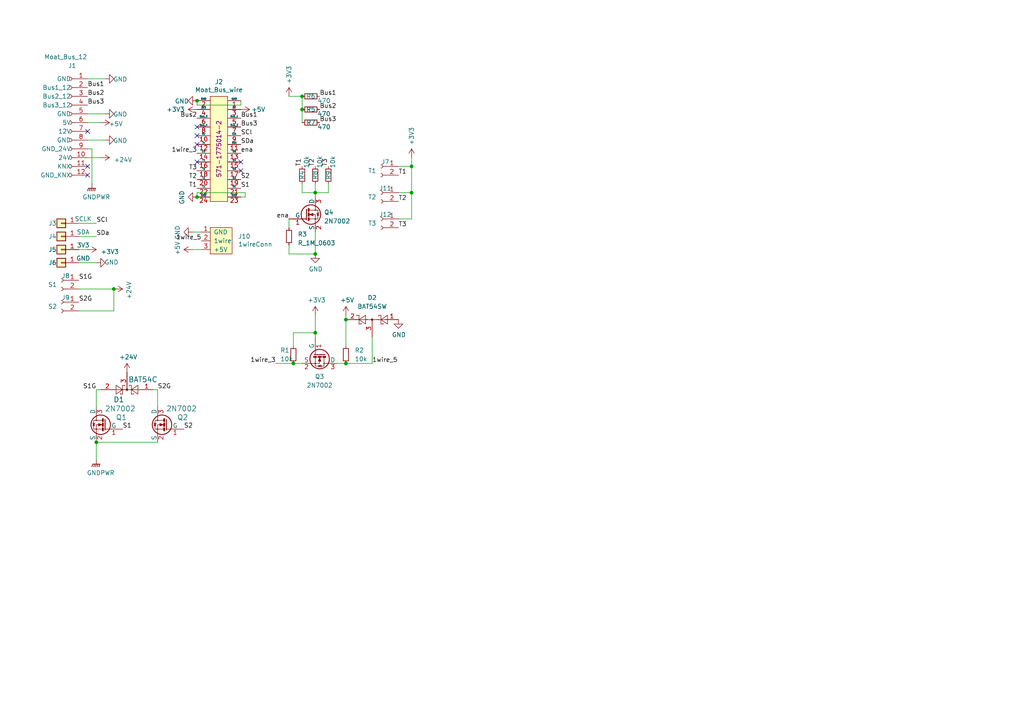
<source format=kicad_sch>
(kicad_sch (version 20220126) (generator eeschema)
  (paper "A4")
  (lib_symbols
    (symbol "Connector:Conn_01x02_Female" (pin_names (offset 1.016) hide)
      (property "Reference" "J" (at 0 2.54 0))
      (property "Value" "Conn_01x02_Female" (at 0 -5.08 0))
      (symbol "Conn_01x02_Female_1_1"
        (arc (start 0 -2.032) (mid -0.5058 -2.54) (end 0 -3.048) (stroke (width 0.1524)))
        (polyline (pts (xy -1.27 -2.54) (xy -0.508 -2.54)) (stroke (width 0.1524)))
        (polyline (pts (xy -1.27 0) (xy -0.508 0)) (stroke (width 0.1524)))
        (arc (start 0 0.508) (mid -0.5058 0) (end 0 -0.508) (stroke (width 0.1524)))
        (pin passive line (at -5.08 0 0) (length 3.81) (name "Pin_1") (number "1"))
        (pin passive line (at -5.08 -2.54 0) (length 3.81) (name "Pin_2") (number "2"))
      )
    )
    (symbol "Connector_Generic:Conn_01x01" (pin_names (offset 1.016) hide)
      (property "Reference" "J" (at 0 2.54 0))
      (property "Value" "Conn_01x01" (at 0 -2.54 0))
      (symbol "Conn_01x01_1_1"
        (rectangle (start -1.27 0.127) (end 0 -0.127) (stroke (width 0.1524)))
        (rectangle (start -1.27 1.27) (end 1.27 -1.27) (stroke (width 0.254)) (fill (type background)))
        (pin passive line (at -5.08 0 0) (length 3.81) (name "Pin_1") (number "1"))
      )
    )
    (symbol "Diode:BAT54C" (pin_names (offset 1.016))
      (property "Reference" "D" (at 0.635 -3.81 0))
      (property "Value" "BAT54C" (at -6.35 3.175 0))
      (symbol "BAT54C_0_1"
        (polyline (pts (xy -1.905 0) (xy 1.905 0)))
        (polyline (pts (xy -1.905 1.27) (xy -1.905 1.016)))
        (polyline (pts (xy -1.27 -1.27) (xy -0.635 -1.27)))
        (polyline (pts (xy -1.27 0) (xy -3.81 0)))
        (polyline (pts (xy -1.27 1.27) (xy -1.905 1.27)))
        (polyline (pts (xy -1.27 1.27) (xy -1.27 -1.27)))
        (polyline (pts (xy -0.635 -1.27) (xy -0.635 -1.016)))
        (polyline (pts (xy 0.635 -1.27) (xy 0.635 -1.016)))
        (polyline (pts (xy 1.27 -1.27) (xy 0.635 -1.27)))
        (polyline (pts (xy 1.27 1.27) (xy 1.27 -1.27)))
        (polyline (pts (xy 1.27 1.27) (xy 1.905 1.27)))
        (polyline (pts (xy 1.905 1.27) (xy 1.905 1.016)))
        (polyline (pts (xy 3.81 0) (xy 1.27 0)))
        (polyline (pts (xy -3.175 -1.27) (xy -3.175 1.27) (xy -1.27 0) (xy -3.175 -1.27)))
        (polyline (pts (xy 3.175 -1.27) (xy 3.175 1.27) (xy 1.27 0) (xy 3.175 -1.27)))
        (circle (center 0 0) (radius 0.254) (fill (type outline)))
      )
      (symbol "BAT54C_1_1"
        (pin passive line (at -7.62 0 0) (length 3.81) (name "~") (number "1"))
        (pin passive line (at 7.62 0 180) (length 3.81) (name "~") (number "2"))
        (pin passive line (at 0 -5.08 90) (length 5.08) (name "~") (number "3"))
      )
    )
    (symbol "Diode:BAT54SW" (pin_names (offset 1.016))
      (property "Reference" "D" (at 0.635 -3.81 0))
      (property "Value" "BAT54SW" (at -6.35 3.175 0))
      (symbol "BAT54SW_0_1"
        (polyline (pts (xy -3.81 0) (xy -1.27 0)))
        (polyline (pts (xy -3.175 -1.27) (xy -3.175 -1.016)))
        (polyline (pts (xy -2.54 -1.27) (xy -3.175 -1.27)))
        (polyline (pts (xy -2.54 -1.27) (xy -2.54 1.27)))
        (polyline (pts (xy -2.54 1.27) (xy -1.905 1.27)))
        (polyline (pts (xy -1.905 0) (xy 1.905 0)))
        (polyline (pts (xy -1.905 1.27) (xy -1.905 1.016)))
        (polyline (pts (xy 1.27 0) (xy 3.81 0)))
        (polyline (pts (xy 3.175 -1.27) (xy 3.175 -1.016)))
        (polyline (pts (xy 3.81 -1.27) (xy 3.175 -1.27)))
        (polyline (pts (xy 3.81 -1.27) (xy 3.81 1.27)))
        (polyline (pts (xy 3.81 1.27) (xy 4.445 1.27)))
        (polyline (pts (xy 4.445 1.27) (xy 4.445 1.016)))
        (polyline (pts (xy -4.445 1.27) (xy -4.445 -1.27) (xy -2.54 0) (xy -4.445 1.27)))
        (polyline (pts (xy 1.905 1.27) (xy 1.905 -1.27) (xy 3.81 0) (xy 1.905 1.27)))
        (circle (center 0 0) (radius 0.254) (fill (type outline)))
      )
      (symbol "BAT54SW_1_1"
        (pin passive line (at -7.62 0 0) (length 3.81) (name "~") (number "1"))
        (pin passive line (at 7.62 0 180) (length 3.81) (name "~") (number "2"))
        (pin passive line (at 0 -5.08 90) (length 5.08) (name "~") (number "3"))
      )
    )
    (symbol "localparts:R_10k_0603" (pin_numbers hide) (pin_names (offset 0.254) hide)
      (property "Reference" "R79" (at -1.041 2.419 90))
      (property "Value" "R_10k_0603" (at -3.5813 -1.1493 0))
      (property "LCSC" "C25804" (at 0 0 0))
      (symbol "R_10k_0603_0_1"
        (rectangle (start -0.762 1.778) (end 0.762 -1.778) (stroke (width 0.2032)))
      )
      (symbol "R_10k_0603_1_1"
        (pin passive line (at 0 2.54 270) (length 0.762) (name "~") (number "1"))
        (pin passive line (at 0 -2.54 90) (length 0.762) (name "~") (number "2"))
      )
    )
    (symbol "localparts:R_1M_0603" (pin_numbers hide) (pin_names (offset 0.254) hide)
      (property "Reference" "R?" (at -3.581 1.149 0))
      (property "Value" "R_1M_0603" (at -3.5813 -1.1493 0))
      (property "LCSC" "C328340" (at 0 0 0))
      (symbol "R_1M_0603_0_1"
        (rectangle (start -0.762 1.778) (end 0.762 -1.778) (stroke (width 0.2032)))
      )
      (symbol "R_1M_0603_1_1"
        (pin passive line (at 0 2.54 270) (length 0.762) (name "~") (number "1"))
        (pin passive line (at 0 -2.54 90) (length 0.762) (name "~") (number "2"))
      )
    )
    (symbol "localstuff:+24V" (power) (pin_names (offset 0))
      (property "Value" "+24V" (at 0 3.556 0))
      (symbol "+24V_0_1"
        (polyline (pts (xy -0.762 1.27) (xy 0 2.54)))
        (polyline (pts (xy 0 0) (xy 0 2.54)))
        (polyline (pts (xy 0 2.54) (xy 0.762 1.27)))
      )
      (symbol "+24V_1_1"
        (pin power_in line (at 0 0 90) (length 0) hide (name "+24V") (number "1"))
      )
    )
    (symbol "localstuff:+3.3V" (power) (pin_names (offset 0))
      (property "Value" "+3.3V" (at 0 3.556 0))
      (symbol "+3.3V_0_1"
        (polyline (pts (xy -0.762 1.27) (xy 0 2.54)))
        (polyline (pts (xy 0 0) (xy 0 2.54)))
        (polyline (pts (xy 0 2.54) (xy 0.762 1.27)))
      )
      (symbol "+3.3V_1_1"
        (pin power_in line (at 0 0 90) (length 0) hide (name "+3V3") (number "1"))
      )
    )
    (symbol "localstuff:+5V" (power) (pin_names (offset 0))
      (property "Value" "+5V" (at 0 3.556 0))
      (symbol "+5V_0_1"
        (polyline (pts (xy -0.762 1.27) (xy 0 2.54)))
        (polyline (pts (xy 0 0) (xy 0 2.54)))
        (polyline (pts (xy 0 2.54) (xy 0.762 1.27)))
      )
      (symbol "+5V_1_1"
        (pin power_in line (at 0 0 90) (length 0) hide (name "+5V") (number "1"))
      )
    )
    (symbol "localstuff:1wireConn" (pin_names (offset 1.016))
      (property "Reference" "J" (at 5.08 2.54 0))
      (property "Value" "1wireConn" (at 6.35 -7.62 0))
      (symbol "1wireConn_0_1"
        (rectangle (start 8.89 1.27) (end 2.54 -6.35) (fill (type background)))
      )
      (symbol "1wireConn_1_1"
        (pin power_in line (at 0 0 0) (length 2.54) (name "GND") (number "1"))
        (pin bidirectional line (at 0 -2.54 0) (length 2.54) (name "1wire") (number "2"))
        (pin power_in line (at 0 -5.08 0) (length 2.54) (name "+5V") (number "3"))
      )
    )
    (symbol "localstuff:2N7002" (pin_names (offset 0))
      (property "Reference" "Q" (at 5.08 1.905 0))
      (property "Value" "2N7002" (at 5.08 0 0))
      (symbol "2N7002_0_1"
        (polyline (pts (xy 0.635 -1.016) (xy 0.635 -1.651)) (stroke (width 0.508)))
        (polyline (pts (xy 0.635 0.381) (xy 0.635 -0.381)) (stroke (width 0.508)))
        (polyline (pts (xy 0.635 1.651) (xy 0.635 1.016)) (stroke (width 0.508)))
        (polyline (pts (xy 3.048 0.381) (xy 2.921 0.254)))
        (polyline (pts (xy 3.048 0.381) (xy 3.556 0.381)))
        (polyline (pts (xy 3.556 0.381) (xy 3.683 0.508)))
        (polyline (pts (xy 0 1.524) (xy 0 -1.524) (xy 0 -1.524)) (stroke (width 0.254)))
        (polyline (pts (xy 0.762 -1.27) (xy 2.54 -1.27) (xy 2.54 -2.54) (xy 2.54 -2.54)))
        (polyline (pts (xy 0.762 1.27) (xy 2.54 1.27) (xy 2.54 2.54) (xy 2.54 2.54)))
        (polyline (pts (xy 2.54 1.27) (xy 3.302 1.27) (xy 3.302 -1.27) (xy 2.54 -1.27)))
        (polyline (pts (xy 3.302 0.381) (xy 3.048 -0.254) (xy 3.556 -0.254) (xy 3.302 0.381)) (fill (type outline)))
        (polyline (pts (xy 0.762 0) (xy 1.27 0) (xy 2.54 0) (xy 2.54 -1.27) (xy 2.54 -1.27)))
        (polyline (pts (xy 0.889 0) (xy 1.905 0.381) (xy 1.905 -0.381) (xy 0.889 0) (xy 1.016 0) (xy 1.016 0)) (fill (type outline)))
        (circle (center 1.27 0) (radius 2.8194) (stroke (width 0.254)))
        (circle (center 2.54 -1.27) (radius 0.127))
        (circle (center 2.54 1.27) (radius 0.127))
      )
      (symbol "2N7002_1_1"
        (pin passive line (at -5.08 -1.27 0) (length 5.08) (name "G") (number "1"))
        (pin passive line (at 2.54 -5.08 90) (length 2.54) (name "S") (number "2"))
        (pin passive line (at 2.54 5.08 270) (length 2.54) (name "D") (number "3"))
      )
    )
    (symbol "localstuff:GND" (power) (pin_names (offset 0))
      (property "Value" "GND" (at 0 -3.81 0))
      (symbol "GND_0_1"
        (polyline (pts (xy 0 0) (xy 0 -1.27) (xy 1.27 -1.27) (xy 0 -2.54) (xy -1.27 -1.27) (xy 0 -1.27)))
      )
      (symbol "GND_1_1"
        (pin power_in line (at 0 0 270) (length 0) hide (name "GND") (number "1"))
      )
    )
    (symbol "localstuff:GNDPWR" (power) (pin_names (offset 0))
      (property "Value" "GNDPWR" (at 0 -3.302 0))
      (symbol "GNDPWR_0_1"
        (polyline (pts (xy 0 -1.27) (xy 0 0)))
        (polyline (pts (xy -1.016 -1.27) (xy -1.27 -2.032) (xy -1.27 -2.032)) (stroke (width 0.2032)))
        (polyline (pts (xy -0.508 -1.27) (xy -0.762 -2.032) (xy -0.762 -2.032)) (stroke (width 0.2032)))
        (polyline (pts (xy 0 -1.27) (xy -0.254 -2.032) (xy -0.254 -2.032)) (stroke (width 0.2032)))
        (polyline (pts (xy 0.508 -1.27) (xy 0.254 -2.032) (xy 0.254 -2.032)) (stroke (width 0.2032)))
        (polyline (pts (xy 1.016 -1.27) (xy -1.016 -1.27) (xy -1.016 -1.27)) (stroke (width 0.2032)))
        (polyline (pts (xy 1.016 -1.27) (xy 0.762 -2.032) (xy 0.762 -2.032) (xy 0.762 -2.032)) (stroke (width 0.2032)))
      )
      (symbol "GNDPWR_1_1"
        (pin power_in line (at 0 0 90) (length 0) hide (name "GNDPWR") (number "1"))
      )
    )
    (symbol "localstuff:Moat_Board_24" (pin_names (offset 0))
      (property "Reference" "J2" (at 2.54 20.32 0))
      (property "Value" "Moat_Board_24" (at 2.54 17.78 0))
      (property "Mouser" "571-1775014-2" (at 0 0 90))
      (symbol "Moat_Board_24_1_1"
        (rectangle (start 2.54 15.24) (end -2.54 -15.24) (fill (type background)))
        (pin power_in line (at 6.35 13.97 180) (length 3.81) (name "GND") (number "1"))
        (pin input line (at -6.35 3.81 0) (length 3.81) (name "Rx") (number "10"))
        (pin open_collector line (at 6.35 1.27 180) (length 3.81) (name "Dat") (number "11"))
        (pin output line (at -6.35 1.27 0) (length 3.81) (name "Tx") (number "12"))
        (pin input line (at 6.35 -1.27 180) (length 3.81) (name "S5") (number "13"))
        (pin bidirectional line (at -6.35 -1.27 0) (length 3.81) (name "1W") (number "14"))
        (pin input line (at 6.35 -3.81 180) (length 3.81) (name "S4") (number "15"))
        (pin output line (at -6.35 -3.81 0) (length 3.81) (name "T4") (number "16"))
        (pin input line (at 6.35 -6.35 180) (length 3.81) (name "S3") (number "17"))
        (pin output line (at -6.35 -6.35 0) (length 3.81) (name "T3") (number "18"))
        (pin input line (at 6.35 -8.89 180) (length 3.81) (name "S2") (number "19"))
        (pin power_in line (at -6.35 13.97 0) (length 3.81) (name "GND") (number "2"))
        (pin output line (at -6.35 -8.89 0) (length 3.81) (name "T2") (number "20"))
        (pin input line (at 6.35 -11.43 180) (length 3.81) (name "S1") (number "21"))
        (pin output line (at -6.35 -11.43 0) (length 3.81) (name "T1") (number "22"))
        (pin power_in line (at 6.35 -13.97 180) (length 3.81) (name "GND") (number "23"))
        (pin power_in line (at -6.35 -13.97 0) (length 3.81) (name "GND") (number "24"))
        (pin power_in line (at 6.35 11.43 180) (length 3.81) (name "5V") (number "3"))
        (pin power_out line (at -6.35 11.43 0) (length 3.81) (name "3V3") (number "4"))
        (pin bidirectional line (at 6.35 8.89 180) (length 3.81) (name "Bus_1") (number "5"))
        (pin bidirectional line (at -6.35 8.89 0) (length 3.81) (name "Bus_2") (number "6"))
        (pin bidirectional line (at 6.35 6.35 180) (length 3.81) (name "Bus_3") (number "7"))
        (pin bidirectional line (at -6.35 6.35 0) (length 3.81) (name "Bus_4") (number "8"))
        (pin open_collector line (at 6.35 3.81 180) (length 3.81) (name "Clk") (number "9"))
      )
    )
    (symbol "localstuff:Moat_Bus_12" (pin_names (offset 1.016))
      (property "Reference" "J" (at 0 20.32 0))
      (symbol "Moat_Bus_12_1_1"
        (arc (start 0 -4.572) (mid -0.5058 -5.08) (end 0 -5.588) (stroke (width 0.1524)))
        (arc (start 0 -2.032) (mid -0.5058 -2.54) (end 0 -3.048) (stroke (width 0.1524)))
        (polyline (pts (xy -1.27 -5.08) (xy -0.508 -5.08)) (stroke (width 0.1524)))
        (polyline (pts (xy -1.27 -2.54) (xy -0.508 -2.54)) (stroke (width 0.1524)))
        (polyline (pts (xy -1.27 0) (xy -0.508 0)) (stroke (width 0.1524)))
        (polyline (pts (xy -1.27 2.54) (xy -0.508 2.54)) (stroke (width 0.1524)))
        (polyline (pts (xy -1.27 5.08) (xy -0.508 5.08)) (stroke (width 0.1524)))
        (polyline (pts (xy -1.27 7.62) (xy -0.508 7.62)) (stroke (width 0.1524)))
        (polyline (pts (xy -1.27 10.16) (xy -0.508 10.16)) (stroke (width 0.1524)))
        (polyline (pts (xy -1.27 12.7) (xy -0.508 12.7)) (stroke (width 0.1524)))
        (polyline (pts (xy -1.27 15.24) (xy -0.508 15.24)) (stroke (width 0.1524)))
        (polyline (pts (xy -1.27 17.78) (xy -0.508 17.78)) (stroke (width 0.1524)))
        (polyline (pts (xy -1.27 20.32) (xy -0.508 20.32)) (stroke (width 0.1524)))
        (polyline (pts (xy -1.27 22.86) (xy -0.508 22.86)) (stroke (width 0.1524)))
        (arc (start 0 0.508) (mid -0.5058 0) (end 0 -0.508) (stroke (width 0.1524)))
        (arc (start 0 3.048) (mid -0.5058 2.54) (end 0 2.032) (stroke (width 0.1524)))
        (arc (start 0 5.588) (mid -0.5058 5.08) (end 0 4.572) (stroke (width 0.1524)))
        (arc (start 0 8.128) (mid -0.5058 7.62) (end 0 7.112) (stroke (width 0.1524)))
        (arc (start 0 10.668) (mid -0.5058 10.16) (end 0 9.652) (stroke (width 0.1524)))
        (arc (start 0 13.208) (mid -0.5058 12.7) (end 0 12.192) (stroke (width 0.1524)))
        (arc (start 0 15.748) (mid -0.5058 15.24) (end 0 14.732) (stroke (width 0.1524)))
        (arc (start 0 18.288) (mid -0.5058 17.78) (end 0 17.272) (stroke (width 0.1524)))
        (arc (start 0 20.828) (mid -0.5058 20.32) (end 0 19.812) (stroke (width 0.1524)))
        (arc (start 0 23.368) (mid -0.5058 22.86) (end 0 22.352) (stroke (width 0.1524)))
        (pin power_in line (at -5.08 22.86 0) (length 3.81) (name "GND") (number "1"))
        (pin power_in line (at -5.08 0 0) (length 3.81) (name "24V") (number "10"))
        (pin power_in line (at -5.08 -2.54 0) (length 3.81) (name "KNX") (number "11"))
        (pin power_in line (at -5.08 -5.08 0) (length 3.81) (name "GND_KNX") (number "12"))
        (pin bidirectional line (at -5.08 20.32 0) (length 3.81) (name "Bus1_12") (number "2"))
        (pin bidirectional line (at -5.08 17.78 0) (length 3.81) (name "Bus2_12") (number "3"))
        (pin bidirectional line (at -5.08 15.24 0) (length 3.81) (name "Bus3_12") (number "4"))
        (pin power_in line (at -5.08 12.7 0) (length 3.81) (name "GND") (number "5"))
        (pin power_in line (at -5.08 10.16 0) (length 3.81) (name "5V") (number "6"))
        (pin power_in line (at -5.08 7.62 0) (length 3.81) (name "12V") (number "7"))
        (pin power_in line (at -5.08 5.08 0) (length 3.81) (name "GND") (number "8"))
        (pin power_in line (at -5.08 2.54 0) (length 3.81) (name "GND_24V") (number "9"))
      )
    )
    (symbol "localstuff:R" (pin_numbers hide) (pin_names (offset 0.254) hide)
      (property "Reference" "R" (at 0.762 0.508 0))
      (property "Value" "R" (at 0.762 -1.016 0))
      (symbol "R_0_1"
        (rectangle (start -0.762 1.778) (end 0.762 -1.778) (stroke (width 0.2032)))
      )
      (symbol "R_1_1"
        (pin passive line (at 0 2.54 270) (length 0.762) (name "~") (number "1"))
        (pin passive line (at 0 -2.54 90) (length 0.762) (name "~") (number "2"))
      )
    )
  )
  (junction (at 57.15 57.15))
  (junction (at 119.38 48.26))
  (junction (at 100.33 92.71))
  (junction (at 100.33 105.41))
  (junction (at 87.63 31.75))
  (junction (at 91.44 55.88))
  (junction (at 91.44 73.66))
  (junction (at 27.94 128.27))
  (junction (at 85.09 105.41))
  (junction (at 87.63 27.94))
  (junction (at 91.44 96.52))
  (junction (at 119.38 55.88))
  (junction (at 33.02 83.82))
  (junction (at 57.15 29.21))
  (no_connect (at 57.15 36.83))
  (no_connect (at 25.4 50.8))
  (no_connect (at 25.4 38.1))
  (no_connect (at 69.85 49.53))
  (no_connect (at 57.15 39.37))
  (no_connect (at 69.85 46.99))
  (no_connect (at 57.15 46.99))
  (no_connect (at 25.4 48.26))
  (no_connect (at 57.15 41.91))
  (wire (pts (xy 91.44 55.88) (xy 91.44 57.15)))
  (wire (pts (xy 91.44 91.44) (xy 91.44 96.52)))
  (wire (pts (xy 119.38 45.72) (xy 119.38 48.26)))
  (wire (pts (xy 85.09 105.41) (xy 87.63 105.41)))
  (wire (pts (xy 119.38 55.88) (xy 119.38 63.5)))
  (wire (pts (xy 80.01 105.41) (xy 85.09 105.41)))
  (wire (pts (xy 33.02 83.82) (xy 22.86 83.82)))
  (wire (pts (xy 69.85 30.48) (xy 69.85 29.21)))
  (wire (pts (xy 25.4 33.02) (xy 30.48 33.02)))
  (wire (pts (xy 27.94 113.03) (xy 27.94 118.11)))
  (wire (pts (xy 91.44 96.52) (xy 91.44 97.79)))
  (wire (pts (xy 44.45 113.03) (xy 45.72 113.03)))
  (wire (pts (xy 45.72 128.27) (xy 27.94 128.27)))
  (wire (pts (xy 87.63 55.88) (xy 91.44 55.88)))
  (wire (pts (xy 100.33 105.41) (xy 107.95 105.41)))
  (wire (pts (xy 22.86 72.39) (xy 25.4 72.39)))
  (wire (pts (xy 25.4 45.72) (xy 29.21 45.72)))
  (wire (pts (xy 71.12 57.15) (xy 69.85 57.15)))
  (wire (pts (xy 25.4 43.18) (xy 26.67 43.18)))
  (wire (pts (xy 57.15 29.21) (xy 57.15 30.48)))
  (wire (pts (xy 87.63 27.94) (xy 87.63 31.75)))
  (wire (pts (xy 45.72 113.03) (xy 45.72 118.11)))
  (wire (pts (xy 22.86 76.2) (xy 27.94 76.2)))
  (wire (pts (xy 95.25 55.88) (xy 91.44 55.88)))
  (wire (pts (xy 119.38 55.88) (xy 119.38 48.26)))
  (wire (pts (xy 58.42 67.31) (xy 55.88 67.31)))
  (wire (pts (xy 83.82 73.66) (xy 91.44 73.66)))
  (wire (pts (xy 71.12 55.88) (xy 57.15 55.88)))
  (wire (pts (xy 87.63 53.34) (xy 87.63 55.88)))
  (wire (pts (xy 83.82 63.5) (xy 83.82 66.04)))
  (wire (pts (xy 95.25 53.34) (xy 95.25 55.88)))
  (wire (pts (xy 115.57 63.5) (xy 119.38 63.5)))
  (wire (pts (xy 25.4 22.86) (xy 30.48 22.86)))
  (wire (pts (xy 91.44 53.34) (xy 91.44 55.88)))
  (wire (pts (xy 100.33 92.71) (xy 100.33 100.33)))
  (wire (pts (xy 91.44 67.31) (xy 91.44 73.66)))
  (wire (pts (xy 85.09 96.52) (xy 91.44 96.52)))
  (wire (pts (xy 25.4 40.64) (xy 30.48 40.64)))
  (wire (pts (xy 33.02 83.82) (xy 33.02 90.17)))
  (wire (pts (xy 83.82 27.94) (xy 87.63 27.94)))
  (wire (pts (xy 107.95 97.79) (xy 107.95 105.41)))
  (wire (pts (xy 26.67 43.18) (xy 26.67 53.34)))
  (wire (pts (xy 22.86 68.58) (xy 27.94 68.58)))
  (wire (pts (xy 87.63 31.75) (xy 87.63 35.56)))
  (wire (pts (xy 57.15 30.48) (xy 69.85 30.48)))
  (wire (pts (xy 29.21 113.03) (xy 27.94 113.03)))
  (wire (pts (xy 97.79 105.41) (xy 100.33 105.41)))
  (wire (pts (xy 58.42 72.39) (xy 55.88 72.39)))
  (wire (pts (xy 71.12 55.88) (xy 71.12 57.15)))
  (wire (pts (xy 100.33 91.44) (xy 100.33 92.71)))
  (wire (pts (xy 83.82 71.12) (xy 83.82 73.66)))
  (wire (pts (xy 57.15 55.88) (xy 57.15 57.15)))
  (wire (pts (xy 85.09 100.33) (xy 85.09 96.52)))
  (wire (pts (xy 25.4 35.56) (xy 29.21 35.56)))
  (wire (pts (xy 33.02 90.17) (xy 22.86 90.17)))
  (wire (pts (xy 115.57 55.88) (xy 119.38 55.88)))
  (wire (pts (xy 27.94 128.27) (xy 27.94 133.35)))
  (wire (pts (xy 22.86 64.77) (xy 27.94 64.77)))
  (wire (pts (xy 119.38 48.26) (xy 115.57 48.26)))
  (label "SCl" (at 69.85 39.37 0))
  (label "Bus1" (at 92.71 27.94 0))
  (label "S2" (at 69.85 52.07 0))
  (label "Bus3" (at 25.4 30.48 0))
  (label "Bus2" (at 25.4 27.94 0))
  (label "S2" (at 53.34 124.46 0))
  (label "Bus3" (at 69.85 36.83 0))
  (label "T1" (at 57.15 54.61 0))
  (label "Bus1" (at 69.85 34.29 0))
  (label "T3" (at 57.15 49.53 0))
  (label "Bus2" (at 92.71 31.75 0))
  (label "1wire_3" (at 80.01 105.41 0))
  (label "S2G" (at 45.72 113.03 0))
  (label "ena" (at 69.85 44.45 0))
  (label "T1" (at 115.57 50.8 0))
  (label "S2G" (at 22.86 87.63 0))
  (label "T2" (at 115.57 58.42 0))
  (label "SDa" (at 27.94 68.58 0))
  (label "Bus2" (at 57.15 34.29 0))
  (label "S1" (at 35.56 124.46 0))
  (label "Bus1" (at 25.4 25.4 0))
  (label "SCl" (at 27.94 64.77 0))
  (label "1wire_5" (at 107.95 105.41 0))
  (label "T1" (at 87.63 48.26 90))
  (label "Bus3" (at 92.71 35.56 0))
  (label "T3" (at 95.25 48.26 90))
  (label "SDa" (at 69.85 41.91 0))
  (label "S1" (at 69.85 54.61 0))
  (label "ena" (at 83.82 63.5 0))
  (label "1wire_3" (at 57.15 44.45 0))
  (label "T2" (at 91.44 48.26 90))
  (label "T2" (at 57.15 52.07 0))
  (label "T3" (at 115.57 66.04 0))
  (label "1wire_5" (at 58.42 69.85 0))
  (label "S1G" (at 22.86 81.28 0))
  (label "S1G" (at 27.94 113.03 0))
  (symbol (lib_id "localstuff:2N7002") (at 48.26 123.19 0) (mirror y) (unit 1)
    (property "Reference" "Q2" (at 54.61 121.92 0) (effects (font (size 1.4986 1.4986)) (justify left bottom)))
    (property "Value" "2N7002" (at 57.15 119.38 0) (effects (font (size 1.4986 1.4986)) (justify left bottom)))
    (property "Footprint" "localstuff:SOT23" (effects hide))
  )
  (symbol (lib_id "localstuff:2N7002") (at 30.48 123.19 0) (mirror y) (unit 1)
    (property "Reference" "Q1" (at 36.83 121.92 0) (effects (font (size 1.4986 1.4986)) (justify left bottom)))
    (property "Value" "2N7002" (at 39.37 119.38 0) (effects (font (size 1.4986 1.4986)) (justify left bottom)))
    (property "Footprint" "localstuff:SOT23" (effects hide))
  )
  (symbol (lib_id "Diode:BAT54C") (at 36.83 113.03 180) (unit 1)
    (property "Reference" "D1" (at 36.068 115.0366 0) (effects (font (size 1.4986 1.4986)) (justify left bottom)))
    (property "Value" "BAT54C" (at 45.72 109.22 0) (effects (font (size 1.4986 1.4986)) (justify left bottom)))
    (property "Footprint" "Package_TO_SOT_SMD:SOT-23" (effects hide))
    (property "Datasheet" "http://www.diodes.com/_files/datasheets/ds11005.pdf" (effects hide))
  )
  (symbol (lib_id "localstuff:GNDPWR") (at 27.94 133.35 0) (unit 1)
    (property "Reference" "#PWR019" (effects hide))
    (property "Value" "GNDPWR" (at 29.21 137.16 0))
  )
  (symbol (lib_id "Connector_Generic:Conn_01x01") (at 17.78 64.77 0) (mirror y) (unit 1)
    (property "Reference" "J3" (at 15.24 64.77 0))
    (property "Value" "SCLK" (at 24.13 63.5 0))
    (property "Footprint" "localstuff:Wago_Terminal_243" (effects hide))
  )
  (symbol (lib_id "Connector_Generic:Conn_01x01") (at 17.78 68.58 0) (mirror y) (unit 1)
    (property "Reference" "J4" (at 15.24 68.58 0))
    (property "Value" "SDA" (at 24.13 67.31 0))
    (property "Footprint" "localstuff:Wago_Terminal_243" (effects hide))
  )
  (symbol (lib_id "Connector_Generic:Conn_01x01") (at 17.78 72.39 0) (mirror y) (unit 1)
    (property "Reference" "J5" (at 15.24 72.39 0))
    (property "Value" "3V3" (at 24.13 71.12 0))
    (property "Footprint" "localstuff:Wago_Terminal_243" (effects hide))
  )
  (symbol (lib_id "Connector_Generic:Conn_01x01") (at 17.78 76.2 0) (mirror y) (unit 1)
    (property "Reference" "J6" (at 15.24 76.2 0))
    (property "Value" "GND" (at 24.13 74.93 0))
    (property "Footprint" "localstuff:Wago_Terminal_243" (effects hide))
  )
  (symbol (lib_id "Connector:Conn_01x02_Female") (at 17.78 81.28 0) (mirror y) (unit 1)
    (property "Reference" "J8" (at 19.05 80.01 0))
    (property "Value" "S1" (at 15.24 82.55 0))
    (property "Footprint" "localstuff:1X02_GN" (effects hide))
  )
  (symbol (lib_id "Connector:Conn_01x02_Female") (at 17.78 87.63 0) (mirror y) (unit 1)
    (property "Reference" "J9" (at 19.05 86.36 0))
    (property "Value" "S2" (at 15.24 88.9 0))
    (property "Footprint" "localstuff:1X02_GN" (effects hide))
  )
  (symbol (lib_id "localstuff:Moat_Board_24") (at 63.5 43.18 0) (unit 1)
    (property "Reference" "J2" (at 63.5 23.749 0))
    (property "Value" "Moat_Bus_wire" (at 63.5 26.0604 0))
    (property "Footprint" "localstuff:TE_1775014_socket" (effects hide))
    (property "Digikey" "A118067CT-ND" (effects hide))
    (property "Farnell" "2971215" (effects hide))
    (property "Mouser" "571-1775014-2" (at 63.5 43.18 90))
  )
  (symbol (lib_id "localstuff:R") (at 90.17 35.56 270) (unit 1)
    (property "Reference" "R5" (at 90.17 31.75 90))
    (property "Value" "470" (at 93.98 33.02 90))
    (property "Footprint" "Resistor_SMD:R_0603_1608Metric" (effects hide))
  )
  (symbol (lib_id "localstuff:R") (at 90.17 27.94 270) (unit 1)
    (property "Reference" "R6" (at 90.17 27.94 90))
    (property "Value" "470" (at 93.98 29.21 90))
    (property "Footprint" "Resistor_SMD:R_0603_1608Metric" (effects hide))
  )
  (symbol (lib_id "localstuff:GNDPWR") (at 26.67 53.34 0) (unit 1)
    (property "Reference" "#PWR0103" (effects hide))
    (property "Value" "GNDPWR" (at 27.94 57.15 0))
  )
  (symbol (lib_id "localstuff:1wireConn") (at 58.42 67.31 0) (unit 1)
    (property "Reference" "J10" (at 69.0626 68.5546 0) (effects (justify left)))
    (property "Value" "1wireConn" (at 69.0626 70.866 0) (effects (justify left)))
    (property "Footprint" "localstuff:AVX_9276_3Pin" (effects hide))
  )
  (symbol (lib_id "localstuff:R") (at 90.17 31.75 270) (unit 1)
    (property "Reference" "R7" (at 90.17 35.56 90))
    (property "Value" "470" (at 93.98 36.83 90))
    (property "Footprint" "Resistor_SMD:R_0603_1608Metric" (effects hide))
  )
  (symbol (lib_id "localstuff:+24V") (at 36.83 107.95 0) (unit 1)
    (property "Reference" "#PWR0102" (effects hide))
    (property "Value" "+24V" (at 37.211 103.5558 0))
  )
  (symbol (lib_id "localstuff:+5V") (at 29.21 35.56 270) (unit 1)
    (property "Reference" "#PWR0104" (effects hide))
    (property "Value" "+5V" (at 33.6042 35.941 90))
  )
  (symbol (lib_id "localstuff:GND") (at 30.48 40.64 90) (mirror x) (unit 1)
    (property "Reference" "#PWR0113" (effects hide))
    (property "Value" "GND" (at 34.8742 40.767 90))
  )
  (symbol (lib_id "localstuff:+3.3V") (at 57.15 31.75 90) (mirror x) (unit 1)
    (property "Reference" "#PWR0115" (effects hide))
    (property "Value" "+3.3V" (at 48.26 31.75 90) (effects (justify right)))
  )
  (symbol (lib_id "Diode:BAT54SW") (at 107.95 92.71 0) (mirror y) (unit 1)
    (property "Reference" "D2" (at 107.95 86.36 0))
    (property "Value" "BAT54SW" (at 107.95 88.9 0))
    (property "Footprint" "Package_TO_SOT_SMD:SOT-323_SC-70" (effects hide))
    (property "Datasheet" "https://assets.nexperia.com/documents/data-sheet/BAT54W_SER.pdf" (effects hide))
  )
  (symbol (lib_id "localstuff:GND") (at 57.15 57.15 270) (unit 1)
    (property "Reference" "#PWR0117" (effects hide))
    (property "Value" "GND" (at 52.7558 57.277 0))
  )
  (symbol (lib_id "localstuff:+5V") (at 69.85 31.75 270) (unit 1)
    (property "Reference" "#PWR0106" (effects hide))
    (property "Value" "+5V" (at 74.93 31.75 90))
  )
  (symbol (lib_id "localstuff:GND") (at 27.94 76.2 90) (unit 1)
    (property "Reference" "#PWR0121" (effects hide))
    (property "Value" "GND" (at 32.3342 76.073 90))
  )
  (symbol (lib_id "localstuff:+5V") (at 55.88 72.39 90) (unit 1)
    (property "Reference" "#PWR0118" (effects hide))
    (property "Value" "+5V" (at 51.4858 72.009 0))
  )
  (symbol (lib_id "Connector:Conn_01x02_Female") (at 110.49 63.5 0) (mirror y) (unit 1)
    (property "Reference" "J12" (at 111.76 62.23 0))
    (property "Value" "T3" (at 107.95 64.77 0))
    (property "Footprint" "localstuff:1X02_GN" (effects hide))
  )
  (symbol (lib_id "localstuff:2N7002") (at 92.71 102.87 270) (unit 1)
    (property "Reference" "Q3" (at 92.71 109.22 90))
    (property "Value" "2N7002" (at 92.71 111.76 90))
    (property "Footprint" "Package_TO_SOT_SMD:SOT-23" (effects hide))
  )
  (symbol (lib_id "Connector:Conn_01x02_Female") (at 110.49 48.26 0) (mirror y) (unit 1)
    (property "Reference" "J7" (at 111.76 46.99 0))
    (property "Value" "T1" (at 107.95 49.53 0))
    (property "Footprint" "localstuff:1X02_GN" (effects hide))
  )
  (symbol (lib_id "localstuff:+24V") (at 33.02 83.82 270) (unit 1)
    (property "Reference" "#PWR0122" (effects hide))
    (property "Value" "+24V" (at 37.4142 84.201 0))
  )
  (symbol (lib_id "localstuff:Moat_Bus_12") (at 20.32 45.72 0) (mirror y) (unit 1)
    (property "Reference" "J1" (at 20.955 19.05 0))
    (property "Value" "Moat_Bus_12" (at 19.05 16.51 0))
    (property "Footprint" "localstuff:MoaT_12_Pin_V" (effects hide))
    (property "Mfgr" "Greenconn" (effects hide))
    (property "MfgrPart" "GBEC202-0679B001C1AF" (effects hide))
  )
  (symbol (lib_id "localstuff:GND") (at 30.48 33.02 90) (mirror x) (unit 1)
    (property "Reference" "#PWR0111" (effects hide))
    (property "Value" "GND" (at 34.8742 33.147 90))
  )
  (symbol (lib_id "localparts:R_10k_0603") (at 87.63 50.8 0) (unit 1)
    (property "Reference" "R4" (at 87.63 50.8 90))
    (property "Value" "10k" (at 88.9 46.99 90))
    (property "Footprint" "Resistor_SMD:R_0603_1608Metric" (effects hide))
    (property "LCSC" "C25804" (effects hide))
  )
  (symbol (lib_id "localstuff:GND") (at 57.15 29.21 270) (unit 1)
    (property "Reference" "#PWR0116" (effects hide))
    (property "Value" "GND" (at 52.7558 29.337 90))
  )
  (symbol (lib_id "localstuff:2N7002") (at 88.9 62.23 0) (unit 1)
    (property "Reference" "Q4" (at 93.98 61.595 0) (effects (justify left)))
    (property "Value" "2N7002" (at 93.98 64.135 0) (effects (justify left)))
    (property "Footprint" "Package_TO_SOT_SMD:SOT-23" (effects hide))
  )
  (symbol (lib_id "Connector:Conn_01x02_Female") (at 110.49 55.88 0) (mirror y) (unit 1)
    (property "Reference" "J11" (at 111.76 54.61 0))
    (property "Value" "T2" (at 107.95 57.15 0))
    (property "Footprint" "localstuff:1X02_GN" (effects hide))
  )
  (symbol (lib_id "localparts:R_1M_0603") (at 83.82 68.58 0) (unit 1)
    (property "Reference" "R3" (at 86.36 67.945 0) (effects (justify left)))
    (property "Value" "R_1M_0603" (at 86.36 70.485 0) (effects (justify left)))
    (property "Footprint" "Resistor_SMD:R_0603_1608Metric" (effects hide))
    (property "LCSC" "C328340" (effects hide))
  )
  (symbol (lib_id "localstuff:R") (at 100.33 102.87 0) (unit 1)
    (property "Reference" "R2" (at 102.87 101.5999 0) (effects (justify left)))
    (property "Value" "10k" (at 102.87 104.1399 0) (effects (justify left)))
    (property "Footprint" "Resistor_SMD:R_0603_1608Metric" (effects hide))
  )
  (symbol (lib_id "localparts:R_10k_0603") (at 95.25 50.8 0) (unit 1)
    (property "Reference" "R9" (at 95.25 50.8 90))
    (property "Value" "10k" (at 96.52 46.99 90))
    (property "Footprint" "Resistor_SMD:R_0603_1608Metric" (effects hide))
    (property "LCSC" "C25804" (effects hide))
  )
  (symbol (lib_id "localstuff:+3.3V") (at 91.44 91.44 0) (unit 1)
    (property "Reference" "#PWR0108" (effects hide))
    (property "Value" "+3.3V" (at 91.821 87.0458 0))
  )
  (symbol (lib_id "localstuff:+3.3V") (at 25.4 72.39 270) (unit 1)
    (property "Reference" "#PWR0120" (effects hide))
    (property "Value" "+3.3V" (at 29.21 73.025 90) (effects (justify left)))
  )
  (symbol (lib_id "localstuff:+24V") (at 29.21 45.72 270) (unit 1)
    (property "Reference" "#PWR0114" (effects hide))
    (property "Value" "+24V" (at 33.02 46.355 90) (effects (justify left)))
  )
  (symbol (lib_id "localstuff:+3.3V") (at 83.82 27.94 0) (mirror y) (unit 1)
    (property "Reference" "#PWR0107" (effects hide))
    (property "Value" "+3.3V" (at 83.82 19.05 90) (effects (justify right)))
  )
  (symbol (lib_id "localstuff:GND") (at 55.88 67.31 270) (unit 1)
    (property "Reference" "#PWR0119" (effects hide))
    (property "Value" "GND" (at 51.4858 67.437 0))
  )
  (symbol (lib_id "localstuff:GND") (at 30.48 22.86 90) (mirror x) (unit 1)
    (property "Reference" "#PWR0112" (effects hide))
    (property "Value" "GND" (at 34.8742 22.987 90))
  )
  (symbol (lib_id "localstuff:GND") (at 115.57 92.71 0) (unit 1)
    (property "Reference" "#PWR0109" (effects hide))
    (property "Value" "GND" (at 115.697 97.1042 0))
  )
  (symbol (lib_id "localstuff:+3.3V") (at 119.38 45.72 0) (mirror y) (unit 1)
    (property "Reference" "#PWR0101" (effects hide))
    (property "Value" "+3.3V" (at 119.38 36.83 90) (effects (justify right)))
  )
  (symbol (lib_id "localstuff:GND") (at 91.44 73.66 0) (unit 1)
    (property "Reference" "#PWR0105" (effects hide))
    (property "Value" "GND" (at 91.567 78.0542 0))
  )
  (symbol (lib_id "localstuff:R") (at 85.09 102.87 0) (unit 1)
    (property "Reference" "R1" (at 81.28 101.6 0) (effects (justify left)))
    (property "Value" "10k" (at 81.28 104.14 0) (effects (justify left)))
    (property "Footprint" "Resistor_SMD:R_0603_1608Metric" (effects hide))
  )
  (symbol (lib_id "localparts:R_10k_0603") (at 91.44 50.8 0) (unit 1)
    (property "Reference" "R8" (at 91.44 50.8 90))
    (property "Value" "10k" (at 92.71 46.99 90))
    (property "Footprint" "Resistor_SMD:R_0603_1608Metric" (effects hide))
    (property "LCSC" "C25804" (effects hide))
  )
  (symbol (lib_id "localstuff:+5V") (at 100.33 91.44 0) (unit 1)
    (property "Reference" "#PWR0110" (effects hide))
    (property "Value" "+5V" (at 100.711 87.0458 0))
  )
)
</source>
